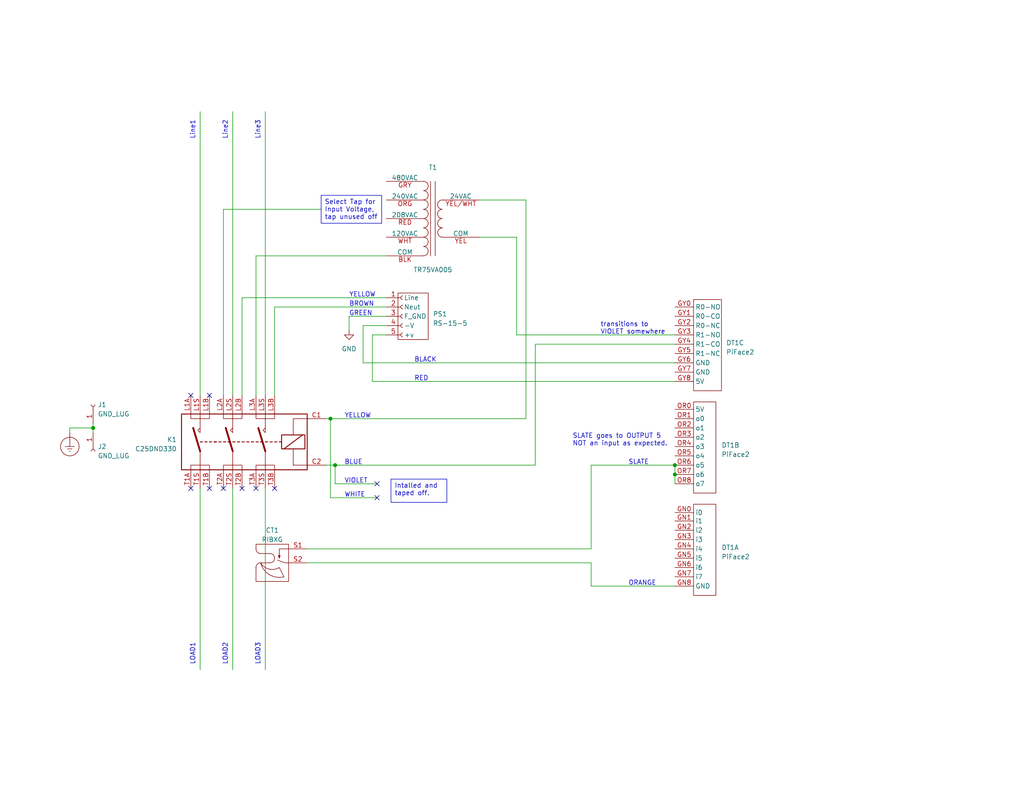
<source format=kicad_sch>
(kicad_sch (version 20230121) (generator eeschema)

  (uuid 23f3a577-71fc-4938-9a35-b014f3c5dc55)

  (paper "A")

  (title_block
    (title "RFID Interlock Legacy Variant A")
    (date "2023-04-02")
    (rev "0v1")
    (company "Dallas Makerspace")
  )

  (lib_symbols
    (symbol "Connector:Conn_01x01_Socket" (pin_names (offset 1.016) hide) (in_bom yes) (on_board yes)
      (property "Reference" "J" (at 0 2.54 0)
        (effects (font (size 1.27 1.27)))
      )
      (property "Value" "Conn_01x01_Socket" (at 0 -2.54 0)
        (effects (font (size 1.27 1.27)))
      )
      (property "Footprint" "" (at 0 0 0)
        (effects (font (size 1.27 1.27)) hide)
      )
      (property "Datasheet" "~" (at 0 0 0)
        (effects (font (size 1.27 1.27)) hide)
      )
      (property "ki_locked" "" (at 0 0 0)
        (effects (font (size 1.27 1.27)))
      )
      (property "ki_keywords" "connector" (at 0 0 0)
        (effects (font (size 1.27 1.27)) hide)
      )
      (property "ki_description" "Generic connector, single row, 01x01, script generated" (at 0 0 0)
        (effects (font (size 1.27 1.27)) hide)
      )
      (property "ki_fp_filters" "Connector*:*_1x??_*" (at 0 0 0)
        (effects (font (size 1.27 1.27)) hide)
      )
      (symbol "Conn_01x01_Socket_1_1"
        (polyline
          (pts
            (xy -1.27 0)
            (xy -0.508 0)
          )
          (stroke (width 0.1524) (type default))
          (fill (type none))
        )
        (arc (start 0 0.508) (mid -0.5058 0) (end 0 -0.508)
          (stroke (width 0.1524) (type default))
          (fill (type none))
        )
        (pin passive line (at -5.08 0 0) (length 3.81)
          (name "Pin_1" (effects (font (size 1.27 1.27))))
          (number "1" (effects (font (size 1.27 1.27))))
        )
      )
    )
    (symbol "oz:Eaton_Contactor" (in_bom yes) (on_board yes)
      (property "Reference" "K" (at 13.97 13.97 0)
        (effects (font (size 1.27 1.27)) (justify left))
      )
      (property "Value" "Eaton_Contactor" (at 13.97 11.43 0)
        (effects (font (size 1.27 1.27)) (justify left))
      )
      (property "Footprint" "" (at -5.08 -1.27 0)
        (effects (font (size 1.27 1.27)) (justify left) hide)
      )
      (property "Datasheet" "" (at 8.255 0 0)
        (effects (font (size 1.27 1.27)) hide)
      )
      (property "ki_keywords" "contactor three pole" (at 0 0 0)
        (effects (font (size 1.27 1.27)) hide)
      )
      (property "ki_description" "3PST Contactor" (at 0 0 0)
        (effects (font (size 1.27 1.27)) hide)
      )
      (property "ki_fp_filters" "Relay*SPST*StandexMeder*MS*Form1AB*" (at 0 0 0)
        (effects (font (size 1.27 1.27)) hide)
      )
      (symbol "Eaton_Contactor_0_0"
        (polyline
          (pts
            (xy -8.89 5.08)
            (xy -8.89 2.54)
            (xy -9.525 3.175)
            (xy -8.89 3.81)
          )
          (stroke (width 0) (type default))
          (fill (type none))
        )
        (polyline
          (pts
            (xy 0 5.08)
            (xy 0 2.54)
            (xy -0.635 3.175)
            (xy 0 3.81)
          )
          (stroke (width 0) (type default))
          (fill (type none))
        )
        (polyline
          (pts
            (xy 8.89 5.08)
            (xy 8.89 2.54)
            (xy 8.255 3.175)
            (xy 8.89 3.81)
          )
          (stroke (width 0) (type default))
          (fill (type none))
        )
      )
      (symbol "Eaton_Contactor_0_1"
        (rectangle (start -13.97 7.62) (end 20.32 -7.62)
          (stroke (width 0.254) (type default))
          (fill (type none))
        )
        (polyline
          (pts
            (xy -8.89 -5.08)
            (xy -8.89 -7.62)
          )
          (stroke (width 0) (type default))
          (fill (type none))
        )
        (polyline
          (pts
            (xy -8.89 -2.54)
            (xy -10.795 3.81)
          )
          (stroke (width 0.508) (type default))
          (fill (type none))
        )
        (polyline
          (pts
            (xy -8.89 -2.54)
            (xy -8.89 -5.08)
          )
          (stroke (width 0) (type default))
          (fill (type none))
        )
        (polyline
          (pts
            (xy -8.89 0)
            (xy -8.255 0)
          )
          (stroke (width 0.254) (type default))
          (fill (type none))
        )
        (polyline
          (pts
            (xy -8.89 7.62)
            (xy -8.89 5.08)
          )
          (stroke (width 0) (type default))
          (fill (type none))
        )
        (polyline
          (pts
            (xy -7.62 0)
            (xy -6.985 0)
          )
          (stroke (width 0.254) (type default))
          (fill (type none))
        )
        (polyline
          (pts
            (xy -6.35 0)
            (xy -5.715 0)
          )
          (stroke (width 0.254) (type default))
          (fill (type none))
        )
        (polyline
          (pts
            (xy -5.08 0)
            (xy -4.445 0)
          )
          (stroke (width 0.254) (type default))
          (fill (type none))
        )
        (polyline
          (pts
            (xy -5.08 0)
            (xy -4.445 0)
          )
          (stroke (width 0.254) (type default))
          (fill (type none))
        )
        (polyline
          (pts
            (xy -3.81 0)
            (xy -3.175 0)
          )
          (stroke (width 0.254) (type default))
          (fill (type none))
        )
        (polyline
          (pts
            (xy -2.54 0)
            (xy -1.905 0)
          )
          (stroke (width 0.254) (type default))
          (fill (type none))
        )
        (polyline
          (pts
            (xy -1.27 0)
            (xy -0.635 0)
          )
          (stroke (width 0.254) (type default))
          (fill (type none))
        )
        (polyline
          (pts
            (xy -1.27 0)
            (xy -0.635 0)
          )
          (stroke (width 0.254) (type default))
          (fill (type none))
        )
        (polyline
          (pts
            (xy 0 -5.08)
            (xy 0 -7.62)
          )
          (stroke (width 0) (type default))
          (fill (type none))
        )
        (polyline
          (pts
            (xy 0 -2.54)
            (xy -1.905 3.81)
          )
          (stroke (width 0.508) (type default))
          (fill (type none))
        )
        (polyline
          (pts
            (xy 0 -2.54)
            (xy 0 -5.08)
          )
          (stroke (width 0) (type default))
          (fill (type none))
        )
        (polyline
          (pts
            (xy 0 0)
            (xy 0.635 0)
          )
          (stroke (width 0.254) (type default))
          (fill (type none))
        )
        (polyline
          (pts
            (xy 0 7.62)
            (xy 0 5.08)
          )
          (stroke (width 0) (type default))
          (fill (type none))
        )
        (polyline
          (pts
            (xy 1.27 0)
            (xy 1.905 0)
          )
          (stroke (width 0.254) (type default))
          (fill (type none))
        )
        (polyline
          (pts
            (xy 2.54 0)
            (xy 3.175 0)
          )
          (stroke (width 0.254) (type default))
          (fill (type none))
        )
        (polyline
          (pts
            (xy 3.81 0)
            (xy 4.445 0)
          )
          (stroke (width 0.254) (type default))
          (fill (type none))
        )
        (polyline
          (pts
            (xy 5.08 0)
            (xy 5.715 0)
          )
          (stroke (width 0.254) (type default))
          (fill (type none))
        )
        (polyline
          (pts
            (xy 6.35 0)
            (xy 6.985 0)
          )
          (stroke (width 0.254) (type default))
          (fill (type none))
        )
        (polyline
          (pts
            (xy 7.62 0)
            (xy 8.255 0)
          )
          (stroke (width 0.254) (type default))
          (fill (type none))
        )
        (polyline
          (pts
            (xy 7.62 0)
            (xy 8.255 0)
          )
          (stroke (width 0.254) (type default))
          (fill (type none))
        )
        (polyline
          (pts
            (xy 8.89 -5.08)
            (xy 8.89 -7.62)
          )
          (stroke (width 0) (type default))
          (fill (type none))
        )
        (polyline
          (pts
            (xy 8.89 -2.54)
            (xy 6.985 3.81)
          )
          (stroke (width 0.508) (type default))
          (fill (type none))
        )
        (polyline
          (pts
            (xy 8.89 -2.54)
            (xy 8.89 -5.08)
          )
          (stroke (width 0) (type default))
          (fill (type none))
        )
        (polyline
          (pts
            (xy 8.89 0)
            (xy 9.525 0)
          )
          (stroke (width 0.254) (type default))
          (fill (type none))
        )
        (polyline
          (pts
            (xy 8.89 7.62)
            (xy 8.89 5.08)
          )
          (stroke (width 0) (type default))
          (fill (type none))
        )
        (polyline
          (pts
            (xy 10.16 0)
            (xy 10.795 0)
          )
          (stroke (width 0.254) (type default))
          (fill (type none))
        )
        (polyline
          (pts
            (xy 11.43 0)
            (xy 12.065 0)
          )
          (stroke (width 0.254) (type default))
          (fill (type none))
        )
        (polyline
          (pts
            (xy 12.7 0)
            (xy 13.335 0)
          )
          (stroke (width 0.254) (type default))
          (fill (type none))
        )
        (polyline
          (pts
            (xy 13.97 -1.905)
            (xy 19.05 1.905)
          )
          (stroke (width 0.254) (type default))
          (fill (type none))
        )
        (polyline
          (pts
            (xy 16.51 -6.35)
            (xy 20.32 -6.35)
          )
          (stroke (width 0) (type default))
          (fill (type none))
        )
        (polyline
          (pts
            (xy 16.51 -5.08)
            (xy 16.51 -6.35)
          )
          (stroke (width 0) (type default))
          (fill (type none))
        )
        (polyline
          (pts
            (xy 16.51 -5.08)
            (xy 16.51 -1.905)
          )
          (stroke (width 0) (type default))
          (fill (type none))
        )
        (polyline
          (pts
            (xy 16.51 3.81)
            (xy 16.51 1.905)
          )
          (stroke (width 0) (type default))
          (fill (type none))
        )
        (polyline
          (pts
            (xy 20.32 6.35)
            (xy 16.51 6.35)
            (xy 16.51 3.81)
          )
          (stroke (width 0) (type default))
          (fill (type none))
        )
        (polyline
          (pts
            (xy -11.43 -7.62)
            (xy -11.43 -6.35)
            (xy -6.35 -6.35)
            (xy -6.35 -7.62)
          )
          (stroke (width 0) (type default))
          (fill (type none))
        )
        (polyline
          (pts
            (xy -11.43 7.62)
            (xy -11.43 6.35)
            (xy -6.35 6.35)
            (xy -6.35 7.62)
          )
          (stroke (width 0) (type default))
          (fill (type none))
        )
        (polyline
          (pts
            (xy -2.54 -7.62)
            (xy -2.54 -6.35)
            (xy 2.54 -6.35)
            (xy 2.54 -7.62)
          )
          (stroke (width 0) (type default))
          (fill (type none))
        )
        (polyline
          (pts
            (xy -2.54 7.62)
            (xy -2.54 6.35)
            (xy 2.54 6.35)
            (xy 2.54 7.62)
          )
          (stroke (width 0) (type default))
          (fill (type none))
        )
        (polyline
          (pts
            (xy 6.35 -7.62)
            (xy 6.35 -6.35)
            (xy 11.43 -6.35)
            (xy 11.43 -7.62)
          )
          (stroke (width 0) (type default))
          (fill (type none))
        )
        (polyline
          (pts
            (xy 6.35 7.62)
            (xy 6.35 6.35)
            (xy 11.43 6.35)
            (xy 11.43 7.62)
          )
          (stroke (width 0) (type default))
          (fill (type none))
        )
        (rectangle (start 13.335 1.905) (end 19.685 -1.905)
          (stroke (width 0.254) (type default))
          (fill (type none))
        )
      )
      (symbol "Eaton_Contactor_1_1"
        (pin passive line (at 25.4 6.35 180) (length 5.08)
          (name "~" (effects (font (size 1.27 1.27))))
          (number "C1" (effects (font (size 1.27 1.27))))
        )
        (pin passive line (at 25.4 -6.35 180) (length 5.08)
          (name "~" (effects (font (size 1.27 1.27))))
          (number "C2" (effects (font (size 1.27 1.27))))
        )
        (pin passive line (at -11.43 12.7 270) (length 5.08)
          (name "~" (effects (font (size 1.27 1.27))))
          (number "L1A" (effects (font (size 1.27 1.27))))
        )
        (pin passive line (at -6.35 12.7 270) (length 5.08)
          (name "~" (effects (font (size 1.27 1.27))))
          (number "L1B" (effects (font (size 1.27 1.27))))
        )
        (pin passive line (at -8.89 12.7 270) (length 5.08)
          (name "" (effects (font (size 1.27 1.27))))
          (number "L1S" (effects (font (size 1.27 1.27))))
        )
        (pin passive line (at -2.54 12.7 270) (length 5.08)
          (name "~" (effects (font (size 1.27 1.27))))
          (number "L2A" (effects (font (size 1.27 1.27))))
        )
        (pin passive line (at 2.54 12.7 270) (length 5.08)
          (name "~" (effects (font (size 1.27 1.27))))
          (number "L2B" (effects (font (size 1.27 1.27))))
        )
        (pin passive line (at 0 12.7 270) (length 5.08)
          (name "" (effects (font (size 1.27 1.27))))
          (number "L2S" (effects (font (size 1.27 1.27))))
        )
        (pin passive line (at 6.35 12.7 270) (length 5.08)
          (name "~" (effects (font (size 1.27 1.27))))
          (number "L3A" (effects (font (size 1.27 1.27))))
        )
        (pin passive line (at 11.43 12.7 270) (length 5.08)
          (name "~" (effects (font (size 1.27 1.27))))
          (number "L3B" (effects (font (size 1.27 1.27))))
        )
        (pin passive line (at 8.89 12.7 270) (length 5.08)
          (name "" (effects (font (size 1.27 1.27))))
          (number "L3S" (effects (font (size 1.27 1.27))))
        )
        (pin passive line (at -11.43 -12.7 90) (length 5.08)
          (name "~" (effects (font (size 1.27 1.27))))
          (number "T1A" (effects (font (size 1.27 1.27))))
        )
        (pin passive line (at -6.35 -12.7 90) (length 5.08)
          (name "~" (effects (font (size 1.27 1.27))))
          (number "T1B" (effects (font (size 1.27 1.27))))
        )
        (pin passive line (at -8.89 -12.7 90) (length 5.08)
          (name "" (effects (font (size 1.27 1.27))))
          (number "T1S" (effects (font (size 1.27 1.27))))
        )
        (pin passive line (at -2.54 -12.7 90) (length 5.08)
          (name "~" (effects (font (size 1.27 1.27))))
          (number "T2A" (effects (font (size 1.27 1.27))))
        )
        (pin passive line (at 2.54 -12.7 90) (length 5.08)
          (name "~" (effects (font (size 1.27 1.27))))
          (number "T2B" (effects (font (size 1.27 1.27))))
        )
        (pin passive line (at 0 -12.7 90) (length 5.08)
          (name "" (effects (font (size 1.27 1.27))))
          (number "T2S" (effects (font (size 1.27 1.27))))
        )
        (pin passive line (at 6.35 -12.7 90) (length 5.08)
          (name "~" (effects (font (size 1.27 1.27))))
          (number "T3A" (effects (font (size 1.27 1.27))))
        )
        (pin passive line (at 11.43 -12.7 90) (length 5.08)
          (name "~" (effects (font (size 1.27 1.27))))
          (number "T3B" (effects (font (size 1.27 1.27))))
        )
        (pin passive line (at 8.89 -12.7 90) (length 5.08)
          (name "" (effects (font (size 1.27 1.27))))
          (number "T3S" (effects (font (size 1.27 1.27))))
        )
      )
    )
    (symbol "oz:PiFace2" (in_bom yes) (on_board yes)
      (property "Reference" "DT" (at 1.27 16.51 0)
        (effects (font (size 1.27 1.27)))
      )
      (property "Value" "PiFace2" (at 3.81 13.97 0)
        (effects (font (size 1.27 1.27)))
      )
      (property "Footprint" "" (at 6.096 6.858 0)
        (effects (font (size 1.27 1.27)) hide)
      )
      (property "Datasheet" "" (at 6.096 6.858 0)
        (effects (font (size 1.27 1.27)) hide)
      )
      (property "ki_locked" "" (at 0 0 0)
        (effects (font (size 1.27 1.27)))
      )
      (symbol "PiFace2_1_1"
        (rectangle (start 0 12.192) (end 6.096 -12.7)
          (stroke (width 0) (type default))
          (fill (type none))
        )
        (pin passive line (at -5.08 9.906 0) (length 5.08)
          (name "i0" (effects (font (size 1.27 1.27))))
          (number "GN0" (effects (font (size 1.27 1.27))))
        )
        (pin input line (at -5.08 7.62 0) (length 5.08)
          (name "i1" (effects (font (size 1.27 1.27))))
          (number "GN1" (effects (font (size 1.27 1.27))))
        )
        (pin input line (at -5.08 5.08 0) (length 5.08)
          (name "i2" (effects (font (size 1.27 1.27))))
          (number "GN2" (effects (font (size 1.27 1.27))))
        )
        (pin input line (at -5.08 2.54 0) (length 5.08)
          (name "i3" (effects (font (size 1.27 1.27))))
          (number "GN3" (effects (font (size 1.27 1.27))))
        )
        (pin input line (at -5.08 0 0) (length 5.08)
          (name "i4" (effects (font (size 1.27 1.27))))
          (number "GN4" (effects (font (size 1.27 1.27))))
        )
        (pin input line (at -5.08 -2.54 0) (length 5.08)
          (name "i5" (effects (font (size 1.27 1.27))))
          (number "GN5" (effects (font (size 1.27 1.27))))
        )
        (pin input line (at -5.08 -5.08 0) (length 5.08)
          (name "i6" (effects (font (size 1.27 1.27))))
          (number "GN6" (effects (font (size 1.27 1.27))))
        )
        (pin input line (at -5.08 -7.62 0) (length 5.08)
          (name "i7" (effects (font (size 1.27 1.27))))
          (number "GN7" (effects (font (size 1.27 1.27))))
        )
        (pin passive line (at -5.08 -10.16 0) (length 5.08)
          (name "GND" (effects (font (size 1.27 1.27))))
          (number "GN8" (effects (font (size 1.27 1.27))))
        )
      )
      (symbol "PiFace2_2_1"
        (rectangle (start 0 12.192) (end 6.096 -12.7)
          (stroke (width 0) (type default))
          (fill (type none))
        )
        (pin passive line (at -5.08 10.16 0) (length 5.08)
          (name "5V" (effects (font (size 1.27 1.27))))
          (number "OR0" (effects (font (size 1.27 1.27))))
        )
        (pin output line (at -5.08 7.62 0) (length 5.08)
          (name "o0" (effects (font (size 1.27 1.27))))
          (number "OR1" (effects (font (size 1.27 1.27))))
        )
        (pin output line (at -5.08 5.08 0) (length 5.08)
          (name "o1" (effects (font (size 1.27 1.27))))
          (number "OR2" (effects (font (size 1.27 1.27))))
        )
        (pin output line (at -5.08 2.54 0) (length 5.08)
          (name "o2" (effects (font (size 1.27 1.27))))
          (number "OR3" (effects (font (size 1.27 1.27))))
        )
        (pin output line (at -5.08 0 0) (length 5.08)
          (name "o3" (effects (font (size 1.27 1.27))))
          (number "OR4" (effects (font (size 1.27 1.27))))
        )
        (pin output line (at -5.08 -2.54 0) (length 5.08)
          (name "o4" (effects (font (size 1.27 1.27))))
          (number "OR5" (effects (font (size 1.27 1.27))))
        )
        (pin output line (at -5.08 -5.08 0) (length 5.08)
          (name "o5" (effects (font (size 1.27 1.27))))
          (number "OR6" (effects (font (size 1.27 1.27))))
        )
        (pin output line (at -5.08 -7.62 0) (length 5.08)
          (name "o6" (effects (font (size 1.27 1.27))))
          (number "OR7" (effects (font (size 1.27 1.27))))
        )
        (pin output line (at -5.08 -10.16 0) (length 5.08)
          (name "o7" (effects (font (size 1.27 1.27))))
          (number "OR8" (effects (font (size 1.27 1.27))))
        )
      )
      (symbol "PiFace2_3_1"
        (rectangle (start 0 12.192) (end 7.62 -12.7)
          (stroke (width 0) (type default))
          (fill (type none))
        )
        (pin passive line (at -5.08 10.16 0) (length 5.08)
          (name "R0-NO" (effects (font (size 1.27 1.27))))
          (number "GY0" (effects (font (size 1.27 1.27))))
        )
        (pin passive line (at -5.08 7.62 0) (length 5.08)
          (name "R0-CO" (effects (font (size 1.27 1.27))))
          (number "GY1" (effects (font (size 1.27 1.27))))
        )
        (pin passive line (at -5.08 5.08 0) (length 5.08)
          (name "R0-NC" (effects (font (size 1.27 1.27))))
          (number "GY2" (effects (font (size 1.27 1.27))))
        )
        (pin passive line (at -5.08 2.54 0) (length 5.08)
          (name "R1-NO" (effects (font (size 1.27 1.27))))
          (number "GY3" (effects (font (size 1.27 1.27))))
        )
        (pin passive line (at -5.08 0 0) (length 5.08)
          (name "R1-CO" (effects (font (size 1.27 1.27))))
          (number "GY4" (effects (font (size 1.27 1.27))))
        )
        (pin passive line (at -5.08 -2.54 0) (length 5.08)
          (name "R1-NC" (effects (font (size 1.27 1.27))))
          (number "GY5" (effects (font (size 1.27 1.27))))
        )
        (pin passive line (at -5.08 -5.08 0) (length 5.08)
          (name "GND" (effects (font (size 1.27 1.27))))
          (number "GY6" (effects (font (size 1.27 1.27))))
        )
        (pin passive line (at -5.08 -7.62 0) (length 5.08)
          (name "GND" (effects (font (size 1.27 1.27))))
          (number "GY7" (effects (font (size 1.27 1.27))))
        )
        (pin passive line (at -5.08 -10.16 0) (length 5.08)
          (name "5V" (effects (font (size 1.27 1.27))))
          (number "GY8" (effects (font (size 1.27 1.27))))
        )
      )
    )
    (symbol "oz:RIBXG" (in_bom yes) (on_board yes)
      (property "Reference" "CT" (at -3.302 6.35 0)
        (effects (font (size 1.27 1.27)))
      )
      (property "Value" "RIBXG" (at -2.032 -6.35 0)
        (effects (font (size 1.27 1.27)))
      )
      (property "Footprint" "" (at 1.778 5.08 0)
        (effects (font (size 1.27 1.27)) hide)
      )
      (property "Datasheet" "" (at 1.778 5.08 0)
        (effects (font (size 1.27 1.27)) hide)
      )
      (property "ki_keywords" "Current Sense Switch" (at 0 0 0)
        (effects (font (size 1.27 1.27)) hide)
      )
      (property "ki_description" "Current Sense Switch" (at 0 0 0)
        (effects (font (size 1.27 1.27)) hide)
      )
      (symbol "RIBXG_0_1"
        (arc (start -4.572 3.81) (mid -4.2 2.912) (end -3.302 2.54)
          (stroke (width 0) (type default))
          (fill (type none))
        )
        (arc (start -3.302 0) (mid -4.2 -0.372) (end -4.572 -1.27)
          (stroke (width 0) (type default))
          (fill (type none))
        )
        (arc (start -3.302 0) (mid -1.025 -1.6871) (end 1.778 -1.27)
          (stroke (width 0) (type default))
          (fill (type none))
        )
        (arc (start -3.302 0) (mid -0.9161 -3.2202) (end 3.048 -3.81)
          (stroke (width 0) (type default))
          (fill (type none))
        )
        (arc (start -0.762 0) (mid 0.136 0.372) (end 0.508 1.27)
          (stroke (width 0) (type default))
          (fill (type none))
        )
        (polyline
          (pts
            (xy -0.762 0)
            (xy -3.302 0)
          )
          (stroke (width 0) (type default))
          (fill (type none))
        )
        (polyline
          (pts
            (xy -0.762 2.54)
            (xy -3.302 2.54)
          )
          (stroke (width 0) (type default))
          (fill (type none))
        )
        (polyline
          (pts
            (xy 1.778 -1.27)
            (xy 3.048 -3.81)
          )
          (stroke (width 0) (type default))
          (fill (type none))
        )
        (polyline
          (pts
            (xy 2.032 2.032)
            (xy 1.778 1.778)
            (xy 1.524 2.032)
          )
          (stroke (width 0) (type default))
          (fill (type none))
        )
        (polyline
          (pts
            (xy 4.318 0)
            (xy 3.302 0)
            (xy 1.27 0.762)
          )
          (stroke (width 0) (type default))
          (fill (type none))
        )
        (polyline
          (pts
            (xy 4.318 3.81)
            (xy 1.778 3.81)
            (xy 1.778 1.27)
          )
          (stroke (width 0) (type default))
          (fill (type none))
        )
        (polyline
          (pts
            (xy 1.778 1.27)
            (xy 1.524 2.032)
            (xy 2.032 2.032)
            (xy 1.778 1.27)
          )
          (stroke (width 0) (type default))
          (fill (type none))
        )
        (polyline
          (pts
            (xy -4.572 -1.27)
            (xy -4.572 -5.08)
            (xy 4.318 -5.08)
            (xy 4.318 5.08)
            (xy -4.572 5.08)
            (xy -4.572 3.81)
          )
          (stroke (width 0) (type default))
          (fill (type none))
        )
        (arc (start 0.508 1.27) (mid 0.136 2.168) (end -0.762 2.54)
          (stroke (width 0) (type default))
          (fill (type none))
        )
      )
      (symbol "RIBXG_1_1"
        (pin passive line (at 9.398 3.81 180) (length 5.08)
          (name "" (effects (font (size 1.27 1.27))))
          (number "S1" (effects (font (size 1.27 1.27))))
        )
        (pin passive line (at 9.398 0 180) (length 5.08)
          (name "" (effects (font (size 1.27 1.27))))
          (number "S2" (effects (font (size 1.27 1.27))))
        )
      )
    )
    (symbol "oz:RS-15-5" (pin_names (offset 1.016)) (in_bom yes) (on_board yes)
      (property "Reference" "PS" (at 0 7.62 0)
        (effects (font (size 1.27 1.27)))
      )
      (property "Value" "RS-15-5" (at 0 -7.62 0)
        (effects (font (size 1.27 1.27)))
      )
      (property "Footprint" "" (at 0 0 0)
        (effects (font (size 1.27 1.27)) hide)
      )
      (property "Datasheet" "" (at 2.54 1.27 0)
        (effects (font (size 1.27 1.27)) hide)
      )
      (property "ki_keywords" "connector" (at 0 0 0)
        (effects (font (size 1.27 1.27)) hide)
      )
      (property "ki_description" "Generic connector, single row, 01x05, script generated" (at 0 0 0)
        (effects (font (size 1.27 1.27)) hide)
      )
      (property "ki_fp_filters" "Connector*:*_1x??_*" (at 0 0 0)
        (effects (font (size 1.27 1.27)) hide)
      )
      (symbol "RS-15-5_0_1"
        (rectangle (start -1.905 6.35) (end 6.35 -6.35)
          (stroke (width 0) (type default))
          (fill (type none))
        )
      )
      (symbol "RS-15-5_1_1"
        (arc (start -0.6372 -4.572) (mid -1.143 -5.08) (end -0.6372 -5.588)
          (stroke (width 0.1524) (type default))
          (fill (type none))
        )
        (arc (start -0.6372 -2.032) (mid -1.143 -2.54) (end -0.6372 -3.048)
          (stroke (width 0.1524) (type default))
          (fill (type none))
        )
        (arc (start -0.6372 0.508) (mid -1.143 0) (end -0.6372 -0.508)
          (stroke (width 0.1524) (type default))
          (fill (type none))
        )
        (arc (start -0.6372 3.048) (mid -1.143 2.54) (end -0.6372 2.032)
          (stroke (width 0.1524) (type default))
          (fill (type none))
        )
        (arc (start -0.6372 5.588) (mid -1.143 5.08) (end -0.6372 4.572)
          (stroke (width 0.1524) (type default))
          (fill (type none))
        )
        (pin power_in line (at -5.08 5.08 0) (length 3.81)
          (name "Line" (effects (font (size 1.27 1.27))))
          (number "1" (effects (font (size 1.27 1.27))))
        )
        (pin power_in line (at -5.08 2.54 0) (length 3.81)
          (name "Neut" (effects (font (size 1.27 1.27))))
          (number "2" (effects (font (size 1.27 1.27))))
        )
        (pin passive line (at -5.08 0 0) (length 3.81)
          (name "F_GND" (effects (font (size 1.27 1.27))))
          (number "3" (effects (font (size 1.27 1.27))))
        )
        (pin power_out line (at -5.08 -2.54 0) (length 3.81)
          (name "-V" (effects (font (size 1.27 1.27))))
          (number "4" (effects (font (size 1.27 1.27))))
        )
        (pin power_out line (at -5.08 -5.08 0) (length 3.81)
          (name "+v" (effects (font (size 1.27 1.27))))
          (number "5" (effects (font (size 1.27 1.27))))
        )
      )
    )
    (symbol "oz:Transformer_Tap_Pri" (pin_names (offset 0)) (in_bom yes) (on_board yes)
      (property "Reference" "T" (at 0 13.97 0)
        (effects (font (size 1.27 1.27)))
      )
      (property "Value" "Transformer_Tap_Pri" (at 0 -13.97 0)
        (effects (font (size 1.27 1.27)))
      )
      (property "Footprint" "" (at 0 0 0)
        (effects (font (size 1.27 1.27)) hide)
      )
      (property "Datasheet" "" (at 0 0 0)
        (effects (font (size 1.27 1.27)) hide)
      )
      (property "ki_keywords" "transformer coil magnet" (at 0 0 0)
        (effects (font (size 1.27 1.27)) hide)
      )
      (property "ki_description" "Transformer, single primary, single secondary, SO-8 package" (at 0 0 0)
        (effects (font (size 1.27 1.27)) hide)
      )
      (symbol "Transformer_Tap_Pri_0_1"
        (arc (start -2.54 -10.1346) (mid -1.6561 -9.7663) (end -1.27 -8.89)
          (stroke (width 0) (type default))
          (fill (type none))
        )
        (arc (start -2.54 -7.5946) (mid -1.6561 -7.2263) (end -1.27 -6.35)
          (stroke (width 0) (type default))
          (fill (type none))
        )
        (arc (start -2.54 -5.0546) (mid -1.6599 -4.6901) (end -1.27 -3.81)
          (stroke (width 0) (type default))
          (fill (type none))
        )
        (arc (start -2.54 -2.5146) (mid -1.6599 -2.1501) (end -1.27 -1.27)
          (stroke (width 0) (type default))
          (fill (type none))
        )
        (arc (start -2.54 0.0254) (mid -1.6599 0.3899) (end -1.27 1.27)
          (stroke (width 0) (type default))
          (fill (type none))
        )
        (arc (start -2.54 2.5654) (mid -1.6599 2.9299) (end -1.27 3.81)
          (stroke (width 0) (type default))
          (fill (type none))
        )
        (arc (start -2.54 5.1054) (mid -1.6561 5.4737) (end -1.27 6.35)
          (stroke (width 0) (type default))
          (fill (type none))
        )
        (arc (start -2.54 7.6454) (mid -1.6561 8.0137) (end -1.27 8.89)
          (stroke (width 0) (type default))
          (fill (type none))
        )
        (arc (start -1.27 -8.89) (mid -1.642 -7.992) (end -2.54 -7.62)
          (stroke (width 0) (type default))
          (fill (type none))
        )
        (arc (start -1.27 -6.35) (mid -1.642 -5.452) (end -2.54 -5.08)
          (stroke (width 0) (type default))
          (fill (type none))
        )
        (arc (start -1.27 -3.81) (mid -1.642 -2.912) (end -2.54 -2.54)
          (stroke (width 0) (type default))
          (fill (type none))
        )
        (arc (start -1.27 -1.27) (mid -1.642 -0.372) (end -2.54 0)
          (stroke (width 0) (type default))
          (fill (type none))
        )
        (arc (start -1.27 1.27) (mid -1.642 2.168) (end -2.54 2.54)
          (stroke (width 0) (type default))
          (fill (type none))
        )
        (arc (start -1.27 3.81) (mid -1.642 4.708) (end -2.54 5.08)
          (stroke (width 0) (type default))
          (fill (type none))
        )
        (arc (start -1.27 6.35) (mid -1.642 7.248) (end -2.54 7.62)
          (stroke (width 0) (type default))
          (fill (type none))
        )
        (arc (start -1.27 8.89) (mid -1.642 9.788) (end -2.54 10.16)
          (stroke (width 0) (type default))
          (fill (type none))
        )
        (polyline
          (pts
            (xy -0.635 10.16)
            (xy -0.635 -10.16)
          )
          (stroke (width 0) (type default))
          (fill (type none))
        )
        (polyline
          (pts
            (xy 0.635 10.16)
            (xy 0.635 -10.16)
          )
          (stroke (width 0) (type default))
          (fill (type none))
        )
        (arc (start 1.2954 -1.27) (mid 1.6599 -2.1501) (end 2.54 -2.5146)
          (stroke (width 0) (type default))
          (fill (type none))
        )
        (arc (start 1.2954 1.27) (mid 1.6599 0.3899) (end 2.54 0.0254)
          (stroke (width 0) (type default))
          (fill (type none))
        )
        (arc (start 1.2954 3.81) (mid 1.6599 2.9299) (end 2.54 2.5654)
          (stroke (width 0) (type default))
          (fill (type none))
        )
        (arc (start 1.3208 -3.81) (mid 1.6853 -4.6901) (end 2.5654 -5.0546)
          (stroke (width 0) (type default))
          (fill (type none))
        )
        (arc (start 2.54 0) (mid 1.642 -0.372) (end 1.2954 -1.27)
          (stroke (width 0) (type default))
          (fill (type none))
        )
        (arc (start 2.54 2.54) (mid 1.642 2.168) (end 1.2954 1.27)
          (stroke (width 0) (type default))
          (fill (type none))
        )
        (arc (start 2.54 5.08) (mid 1.642 4.708) (end 1.2954 3.81)
          (stroke (width 0) (type default))
          (fill (type none))
        )
        (arc (start 2.5654 -2.54) (mid 1.6674 -2.912) (end 1.3208 -3.81)
          (stroke (width 0) (type default))
          (fill (type none))
        )
      )
      (symbol "Transformer_Tap_Pri_1_1"
        (pin passive line (at -12.7 -10.16 0) (length 10.16)
          (name "COM" (effects (font (size 1.27 1.27))))
          (number "BLK" (effects (font (size 1.27 1.27))))
        )
        (pin passive line (at -12.7 10.16 0) (length 10.16)
          (name "480VAC" (effects (font (size 1.27 1.27))))
          (number "GRY" (effects (font (size 1.27 1.27))))
        )
        (pin passive line (at -12.7 5.08 0) (length 10.16)
          (name "240VAC" (effects (font (size 1.27 1.27))))
          (number "ORG" (effects (font (size 1.27 1.27))))
        )
        (pin passive line (at -12.7 0 0) (length 10.16)
          (name "208VAC" (effects (font (size 1.27 1.27))))
          (number "RED" (effects (font (size 1.27 1.27))))
        )
        (pin passive line (at -12.7 -5.08 0) (length 10.16)
          (name "120VAC" (effects (font (size 1.27 1.27))))
          (number "WHT" (effects (font (size 1.27 1.27))))
        )
        (pin passive line (at 12.7 -5.08 180) (length 10.16)
          (name "COM" (effects (font (size 1.27 1.27))))
          (number "YEL" (effects (font (size 1.27 1.27))))
        )
        (pin passive line (at 12.7 5.08 180) (length 10.16)
          (name "24VAC" (effects (font (size 1.27 1.27))))
          (number "YEL/WHT" (effects (font (size 1.27 1.27))))
        )
      )
    )
    (symbol "power:Earth_Protective" (power) (pin_names (offset 0)) (in_bom yes) (on_board yes)
      (property "Reference" "#PWR" (at 6.35 -6.35 0)
        (effects (font (size 1.27 1.27)) hide)
      )
      (property "Value" "Earth_Protective" (at 11.43 -3.81 0)
        (effects (font (size 1.27 1.27)) hide)
      )
      (property "Footprint" "" (at 0 -2.54 0)
        (effects (font (size 1.27 1.27)) hide)
      )
      (property "Datasheet" "~" (at 0 -2.54 0)
        (effects (font (size 1.27 1.27)) hide)
      )
      (property "ki_keywords" "global ground gnd clean" (at 0 0 0)
        (effects (font (size 1.27 1.27)) hide)
      )
      (property "ki_description" "Power symbol creates a global label with name \"Earth_Protective\"" (at 0 0 0)
        (effects (font (size 1.27 1.27)) hide)
      )
      (symbol "Earth_Protective_0_1"
        (circle (center 0 -3.81) (radius 2.54)
          (stroke (width 0) (type default))
          (fill (type none))
        )
        (polyline
          (pts
            (xy -0.635 -4.445)
            (xy 0.635 -4.445)
          )
          (stroke (width 0) (type default))
          (fill (type none))
        )
        (polyline
          (pts
            (xy -0.127 -5.08)
            (xy 0.127 -5.08)
          )
          (stroke (width 0) (type default))
          (fill (type none))
        )
        (polyline
          (pts
            (xy 0 -3.81)
            (xy 0 0)
          )
          (stroke (width 0) (type default))
          (fill (type none))
        )
        (polyline
          (pts
            (xy 1.27 -3.81)
            (xy -1.27 -3.81)
          )
          (stroke (width 0) (type default))
          (fill (type none))
        )
      )
      (symbol "Earth_Protective_1_1"
        (pin power_in line (at 0 0 270) (length 0) hide
          (name "Earth_Protective" (effects (font (size 1.27 1.27))))
          (number "1" (effects (font (size 1.27 1.27))))
        )
      )
    )
    (symbol "power:GND" (power) (pin_names (offset 0)) (in_bom yes) (on_board yes)
      (property "Reference" "#PWR" (at 0 -6.35 0)
        (effects (font (size 1.27 1.27)) hide)
      )
      (property "Value" "GND" (at 0 -3.81 0)
        (effects (font (size 1.27 1.27)))
      )
      (property "Footprint" "" (at 0 0 0)
        (effects (font (size 1.27 1.27)) hide)
      )
      (property "Datasheet" "" (at 0 0 0)
        (effects (font (size 1.27 1.27)) hide)
      )
      (property "ki_keywords" "global power" (at 0 0 0)
        (effects (font (size 1.27 1.27)) hide)
      )
      (property "ki_description" "Power symbol creates a global label with name \"GND\" , ground" (at 0 0 0)
        (effects (font (size 1.27 1.27)) hide)
      )
      (symbol "GND_0_1"
        (polyline
          (pts
            (xy 0 0)
            (xy 0 -1.27)
            (xy 1.27 -1.27)
            (xy 0 -2.54)
            (xy -1.27 -1.27)
            (xy 0 -1.27)
          )
          (stroke (width 0) (type default))
          (fill (type none))
        )
      )
      (symbol "GND_1_1"
        (pin power_in line (at 0 0 270) (length 0) hide
          (name "GND" (effects (font (size 1.27 1.27))))
          (number "1" (effects (font (size 1.27 1.27))))
        )
      )
    )
  )

  (junction (at 91.44 127) (diameter 0) (color 0 0 0 0)
    (uuid 2910de25-bf9a-49cf-b6f7-4a63408f22f1)
  )
  (junction (at 184.15 127) (diameter 0) (color 0 0 0 0)
    (uuid 61c46a01-9fe3-4721-891f-37c425901c15)
  )
  (junction (at 184.15 129.54) (diameter 0) (color 0 0 0 0)
    (uuid 6db03afd-8bd1-4982-a6aa-ae281f086401)
  )
  (junction (at 90.17 114.3) (diameter 0) (color 0 0 0 0)
    (uuid a5e4ec88-6566-4eac-927b-1d58fde69326)
  )
  (junction (at 25.4 116.84) (diameter 0) (color 0 0 0 0)
    (uuid c2788b7b-514d-4217-bef7-69f4ceeed225)
  )

  (no_connect (at 57.15 107.95) (uuid 09eeb20b-9d5a-4caa-af60-d6e50219c033))
  (no_connect (at 74.93 133.35) (uuid 379cd1d0-13f1-4471-b7c3-d847ba9d9133))
  (no_connect (at 102.87 135.89) (uuid 471751f4-1bf3-4e72-a942-81f707692fa4))
  (no_connect (at 69.85 133.35) (uuid 7d0e8a77-be5c-4b7f-93c0-193558bca4fa))
  (no_connect (at 60.96 133.35) (uuid 88dbe839-b432-46ad-bf86-982e01c304e9))
  (no_connect (at 52.07 133.35) (uuid 8c644fbe-4534-4fd4-bc66-31fcae1c16d8))
  (no_connect (at 52.07 107.95) (uuid af0625e0-7ee1-4d6c-b6fc-bdc6ce0d20c4))
  (no_connect (at 66.04 133.35) (uuid b1c2a7d5-e752-42c9-9306-0a672bfece9c))
  (no_connect (at 57.15 133.35) (uuid c8cd023f-a03f-4d7c-8b60-69fa09f0d181))
  (no_connect (at 102.87 132.08) (uuid fe60f8a7-0cb5-476b-a384-776bb5494208))

  (wire (pts (xy 83.82 153.67) (xy 161.29 153.67))
    (stroke (width 0) (type default))
    (uuid 05b877be-2f54-4124-8305-e94fbf00db68)
  )
  (wire (pts (xy 99.06 99.06) (xy 184.15 99.06))
    (stroke (width 0) (type default))
    (uuid 0829ceb3-8625-4d4d-82a4-4bf5ac6a2310)
  )
  (wire (pts (xy 161.29 127) (xy 184.15 127))
    (stroke (width 0) (type default))
    (uuid 0a01cfa2-0ada-41c3-9d8a-a48b836ce0d2)
  )
  (wire (pts (xy 25.4 115.57) (xy 25.4 116.84))
    (stroke (width 0) (type default))
    (uuid 0af59c06-e4d2-420e-b4be-498d8920f4fc)
  )
  (wire (pts (xy 143.51 54.61) (xy 143.51 114.3))
    (stroke (width 0) (type default))
    (uuid 12f89ca3-958a-48e7-9131-3a62a01e8d39)
  )
  (wire (pts (xy 69.85 69.85) (xy 69.85 107.95))
    (stroke (width 0) (type default))
    (uuid 13642d1b-4266-4093-adf3-6b5c25a2ec65)
  )
  (wire (pts (xy 146.05 127) (xy 146.05 93.98))
    (stroke (width 0) (type default))
    (uuid 13bf9536-732a-42cb-8f97-d72460ea3126)
  )
  (wire (pts (xy 95.25 86.36) (xy 95.25 90.17))
    (stroke (width 0) (type default))
    (uuid 15c2761a-d534-4a3e-8628-bc82c9addf26)
  )
  (wire (pts (xy 101.6 91.44) (xy 101.6 104.14))
    (stroke (width 0) (type default))
    (uuid 204f4b7b-dd0d-45f2-9c80-90777f6b51b2)
  )
  (wire (pts (xy 91.44 127) (xy 146.05 127))
    (stroke (width 0) (type default))
    (uuid 20ae8bed-6bc9-4b37-8879-e9cc09617a67)
  )
  (wire (pts (xy 105.41 86.36) (xy 95.25 86.36))
    (stroke (width 0) (type default))
    (uuid 27fc56d0-a27d-4253-b276-bcff15289d06)
  )
  (wire (pts (xy 99.06 88.9) (xy 99.06 99.06))
    (stroke (width 0) (type default))
    (uuid 2f6d7526-9190-4319-a19a-49c2fedb19d0)
  )
  (wire (pts (xy 25.4 116.84) (xy 25.4 118.11))
    (stroke (width 0) (type default))
    (uuid 4725fa9e-797d-4d45-8924-fc0fd7ffaa54)
  )
  (wire (pts (xy 184.15 129.54) (xy 184.15 132.08))
    (stroke (width 0) (type default))
    (uuid 4848e0d7-581f-412e-9e11-c3581b6d9910)
  )
  (wire (pts (xy 105.41 69.85) (xy 69.85 69.85))
    (stroke (width 0) (type default))
    (uuid 5497e1de-0263-4f49-897a-f90f0b3b11e3)
  )
  (wire (pts (xy 72.39 30.48) (xy 72.39 107.95))
    (stroke (width 0) (type default))
    (uuid 58ce7c7c-60c1-455b-acca-fb1aba5d8ebc)
  )
  (wire (pts (xy 130.81 54.61) (xy 143.51 54.61))
    (stroke (width 0) (type default))
    (uuid 5acb7b23-2ff0-4ccb-ba61-4cf83127f236)
  )
  (wire (pts (xy 66.04 81.28) (xy 105.41 81.28))
    (stroke (width 0) (type default))
    (uuid 5c3065f3-6113-402a-a86d-48d59b729da4)
  )
  (wire (pts (xy 60.96 57.15) (xy 60.96 107.95))
    (stroke (width 0) (type default))
    (uuid 6d3c4934-c79d-4c91-b811-714dba8102fa)
  )
  (wire (pts (xy 88.9 127) (xy 91.44 127))
    (stroke (width 0) (type default))
    (uuid 7739a235-c36f-46c0-84e8-780ae0c5066d)
  )
  (wire (pts (xy 25.4 116.84) (xy 19.05 116.84))
    (stroke (width 0) (type default))
    (uuid 8040148d-853f-49a6-834f-7a9d10f1b925)
  )
  (wire (pts (xy 105.41 91.44) (xy 101.6 91.44))
    (stroke (width 0) (type default))
    (uuid 814406d1-86fb-4e13-a723-cd3b237bccd8)
  )
  (wire (pts (xy 54.61 133.35) (xy 54.61 182.88))
    (stroke (width 0) (type default))
    (uuid 82429a1e-eaeb-4b7a-a57b-fe5512d20499)
  )
  (wire (pts (xy 161.29 160.02) (xy 184.15 160.02))
    (stroke (width 0) (type default))
    (uuid 834e3d66-6a92-4ebb-9a25-8056ebb04f9b)
  )
  (wire (pts (xy 140.97 64.77) (xy 140.97 91.44))
    (stroke (width 0) (type default))
    (uuid 89cfacc4-a851-4f88-a49e-b8ce5f7a4f86)
  )
  (wire (pts (xy 161.29 153.67) (xy 161.29 160.02))
    (stroke (width 0) (type default))
    (uuid 8a44e3df-2def-4a3a-9981-8aa2fd9791e8)
  )
  (wire (pts (xy 130.81 64.77) (xy 140.97 64.77))
    (stroke (width 0) (type default))
    (uuid 918c87e3-e89c-4fed-8457-e2377eeea4ca)
  )
  (wire (pts (xy 63.5 133.35) (xy 63.5 182.88))
    (stroke (width 0) (type default))
    (uuid 92c2ed8e-2f1e-4a32-adac-e928f3c2d96b)
  )
  (wire (pts (xy 83.82 149.86) (xy 161.29 149.86))
    (stroke (width 0) (type default))
    (uuid ac3ba8fd-7718-47df-a925-e287c71ef443)
  )
  (wire (pts (xy 54.61 30.48) (xy 54.61 107.95))
    (stroke (width 0) (type default))
    (uuid b12d241a-fe4f-4258-b83f-6955aba932d7)
  )
  (wire (pts (xy 161.29 149.86) (xy 161.29 127))
    (stroke (width 0) (type default))
    (uuid b6662a7b-f597-4a24-a9f4-ca77c0ee2c1d)
  )
  (wire (pts (xy 91.44 132.08) (xy 102.87 132.08))
    (stroke (width 0) (type default))
    (uuid bb4b80e5-6abb-4819-94e3-d9916527a4ca)
  )
  (wire (pts (xy 143.51 114.3) (xy 90.17 114.3))
    (stroke (width 0) (type default))
    (uuid be628cc4-e02b-4bb1-b85c-817c835bafe0)
  )
  (wire (pts (xy 90.17 114.3) (xy 90.17 135.89))
    (stroke (width 0) (type default))
    (uuid cbc1e055-cb5a-43d0-bddc-924f371161c7)
  )
  (wire (pts (xy 146.05 93.98) (xy 184.15 93.98))
    (stroke (width 0) (type default))
    (uuid d354049f-d585-40df-83ca-5b8e466d86d0)
  )
  (wire (pts (xy 140.97 91.44) (xy 184.15 91.44))
    (stroke (width 0) (type default))
    (uuid d37b8fff-3e50-4b99-822b-12600ecb962d)
  )
  (wire (pts (xy 184.15 127) (xy 184.15 129.54))
    (stroke (width 0) (type default))
    (uuid d4502d10-c500-484e-bc8e-3f48350c31fe)
  )
  (wire (pts (xy 105.41 88.9) (xy 99.06 88.9))
    (stroke (width 0) (type default))
    (uuid d8c82cf3-4f71-4de5-b4b3-7e3cade99afa)
  )
  (wire (pts (xy 63.5 30.48) (xy 63.5 107.95))
    (stroke (width 0) (type default))
    (uuid db8b8ac2-63a3-48bf-ba8c-4d8a1e4f9c7d)
  )
  (wire (pts (xy 72.39 133.35) (xy 72.39 182.88))
    (stroke (width 0) (type default))
    (uuid de1d2400-2e09-44ab-9104-a56619754861)
  )
  (wire (pts (xy 74.93 83.82) (xy 105.41 83.82))
    (stroke (width 0) (type default))
    (uuid dedbeef5-fbfc-4cb5-b1e7-9e277f5136f3)
  )
  (wire (pts (xy 66.04 81.28) (xy 66.04 107.95))
    (stroke (width 0) (type default))
    (uuid e10c0d85-361a-49e2-bb4b-71674e403854)
  )
  (wire (pts (xy 90.17 135.89) (xy 102.87 135.89))
    (stroke (width 0) (type default))
    (uuid e30c4e56-c7ac-471c-824a-557c0f42aa54)
  )
  (wire (pts (xy 90.17 114.3) (xy 88.9 114.3))
    (stroke (width 0) (type default))
    (uuid f17f9a2d-fc22-40fb-b362-c09ded575023)
  )
  (wire (pts (xy 74.93 83.82) (xy 74.93 107.95))
    (stroke (width 0) (type default))
    (uuid f460ec81-59e0-4766-8de1-935be61b1f01)
  )
  (wire (pts (xy 87.63 57.15) (xy 60.96 57.15))
    (stroke (width 0) (type default))
    (uuid f65d3087-50a1-481e-b673-b55af0f68a47)
  )
  (wire (pts (xy 91.44 127) (xy 91.44 132.08))
    (stroke (width 0) (type default))
    (uuid f835284e-5285-48cd-8c25-dcf7a41ef703)
  )
  (wire (pts (xy 19.05 116.84) (xy 19.05 118.11))
    (stroke (width 0) (type default))
    (uuid fc1ba3cf-dff5-495d-9492-87677522dfb0)
  )
  (wire (pts (xy 101.6 104.14) (xy 184.15 104.14))
    (stroke (width 0) (type default))
    (uuid ff2a6e47-4bc5-4437-be1e-34586b64dfc4)
  )

  (text_box "Select Tap for\nInput Voltage,\ntap unused off"
    (at 87.63 53.34 0) (size 16.51 7.62)
    (stroke (width 0) (type default))
    (fill (type none))
    (effects (font (size 1.27 1.27)) (justify left top))
    (uuid 278f5283-97a8-4875-b0cb-75fb3514f890)
  )
  (text_box "Intalled and \ntaped off."
    (at 106.68 130.81 0) (size 15.24 6.35)
    (stroke (width 0) (type default))
    (fill (type none))
    (effects (font (size 1.27 1.27)) (justify left top))
    (uuid c00acf75-cb5e-4605-8933-86de95cd4363)
  )

  (text "LOAD2" (at 62.23 181.61 90)
    (effects (font (size 1.27 1.27)) (justify left bottom))
    (uuid 028c35a8-2eb9-4aa2-97b2-15b12e49340d)
  )
  (text "YELLOW" (at 95.25 81.28 0)
    (effects (font (size 1.27 1.27)) (justify left bottom))
    (uuid 19e6f252-94b9-46b6-b43c-ba06556657f2)
  )
  (text "SLATE" (at 171.45 127 0)
    (effects (font (size 1.27 1.27)) (justify left bottom))
    (uuid 21482a74-feb4-4968-be99-5f1356cbf65f)
  )
  (text "Line3" (at 71.12 38.1 90)
    (effects (font (size 1.27 1.27)) (justify left bottom))
    (uuid 3d93f0c0-79ac-47da-bf6e-dee1238266c9)
  )
  (text "LOAD3" (at 71.12 181.61 90)
    (effects (font (size 1.27 1.27)) (justify left bottom))
    (uuid 433b980f-d8b4-4c15-a385-691a9b26a677)
  )
  (text "GREEN" (at 95.25 86.36 0)
    (effects (font (size 1.27 1.27)) (justify left bottom))
    (uuid 5975339c-366f-4713-8a16-ba1dc1d5a510)
  )
  (text "ORANGE" (at 171.45 160.02 0)
    (effects (font (size 1.27 1.27)) (justify left bottom))
    (uuid 7231ce92-2bfa-4acd-84c2-b4b1bb630ba7)
  )
  (text "transitions to \nVIOLET somewhere" (at 163.83 91.44 0)
    (effects (font (size 1.27 1.27)) (justify left bottom))
    (uuid 7677e50a-a0cc-428e-ad82-cffc8f3b3566)
  )
  (text "BROWN" (at 95.25 83.82 0)
    (effects (font (size 1.27 1.27)) (justify left bottom))
    (uuid 7e35ed31-507e-4f1a-9ffa-986036caf77d)
  )
  (text "WHITE" (at 93.98 135.89 0)
    (effects (font (size 1.27 1.27)) (justify left bottom))
    (uuid 82b0733a-8534-4080-a297-0152a16d44e6)
  )
  (text "RED" (at 113.03 104.14 0)
    (effects (font (size 1.27 1.27)) (justify left bottom))
    (uuid 90bbd5f9-53b3-4544-af97-e8a4584e9f31)
  )
  (text "BLACK" (at 113.03 99.06 0)
    (effects (font (size 1.27 1.27)) (justify left bottom))
    (uuid 9d1016fe-b127-434a-8b17-62ebed5ca79f)
  )
  (text "YELLOW" (at 93.98 114.3 0)
    (effects (font (size 1.27 1.27)) (justify left bottom))
    (uuid a03686e1-24ee-4e83-9e12-6c126adb6fab)
  )
  (text "Line2" (at 62.23 38.1 90)
    (effects (font (size 1.27 1.27)) (justify left bottom))
    (uuid c67207f3-d13e-465d-a768-5d1f83bbd79c)
  )
  (text "VIOLET" (at 93.98 132.08 0)
    (effects (font (size 1.27 1.27)) (justify left bottom))
    (uuid cf0e93ec-d8aa-453f-984e-57f1f7645d70)
  )
  (text "SLATE goes to OUTPUT 5\nNOT an input as expected. " (at 156.21 121.92 0)
    (effects (font (size 1.27 1.27)) (justify left bottom))
    (uuid d3ec9898-fe0e-4f14-8ce4-7ee21a194e8c)
  )
  (text "BLUE" (at 93.98 127 0)
    (effects (font (size 1.27 1.27)) (justify left bottom))
    (uuid de54d7b4-50da-4b59-8c69-777c07b39fc3)
  )
  (text "LOAD1" (at 53.34 181.61 90)
    (effects (font (size 1.27 1.27)) (justify left bottom))
    (uuid f1fee836-137a-414a-89d5-24dae809e352)
  )
  (text "Line1" (at 53.34 38.1 90)
    (effects (font (size 1.27 1.27)) (justify left bottom))
    (uuid f6f5ada9-ee60-4afb-bb19-9b1604908086)
  )

  (symbol (lib_id "oz:RIBXG") (at 74.422 153.67 0) (unit 1)
    (in_bom yes) (on_board yes) (dnp no) (fields_autoplaced)
    (uuid 0e430fd2-452b-4b3d-b217-fd491617e88d)
    (property "Reference" "CT1" (at 74.295 144.78 0)
      (effects (font (size 1.27 1.27)))
    )
    (property "Value" "RIBXG" (at 74.295 147.32 0)
      (effects (font (size 1.27 1.27)))
    )
    (property "Footprint" "" (at 76.2 148.59 0)
      (effects (font (size 1.27 1.27)) hide)
    )
    (property "Datasheet" "" (at 76.2 148.59 0)
      (effects (font (size 1.27 1.27)) hide)
    )
    (pin "S1" (uuid b7153b3a-59b8-4a8b-8df9-cb8f5db17ef0))
    (pin "S2" (uuid 9a94bf60-711d-4a36-b0bd-d8b575237909))
    (instances
      (project "Interlock_Legacy_Variant_A"
        (path "/23f3a577-71fc-4938-9a35-b014f3c5dc55"
          (reference "CT1") (unit 1)
        )
      )
    )
  )

  (symbol (lib_id "oz:Transformer_Tap_Pri") (at 118.11 59.69 0) (unit 1)
    (in_bom yes) (on_board yes) (dnp no)
    (uuid 4a35bfee-6cbc-48e5-8adc-62f56405602a)
    (property "Reference" "T1" (at 118.1227 45.72 0)
      (effects (font (size 1.27 1.27)))
    )
    (property "Value" "TR75VA005" (at 118.11 73.66 0)
      (effects (font (size 1.27 1.27)))
    )
    (property "Footprint" "" (at 118.11 59.69 0)
      (effects (font (size 1.27 1.27)) hide)
    )
    (property "Datasheet" "" (at 118.11 59.69 0)
      (effects (font (size 1.27 1.27)) hide)
    )
    (pin "BLK" (uuid 7630a090-1b7b-49e5-abd0-fc4a803e3ccb))
    (pin "GRY" (uuid 546489d4-de8e-4051-977a-166cd3a2684b))
    (pin "ORG" (uuid 20d3c3a0-c34c-4ccf-a693-bcb34e7b50ed))
    (pin "RED" (uuid 311b1e45-6fdf-4d8e-8289-ef97a2095d65))
    (pin "WHT" (uuid b32c3577-1a3b-42bc-a942-f884596787c3))
    (pin "YEL" (uuid bf856314-8014-4196-a8a6-b07f9016bc8c))
    (pin "YEL/WHT" (uuid b92f2c6b-4b55-4424-8c9b-6a712861dd8c))
    (instances
      (project "Interlock_Legacy_Variant_A"
        (path "/23f3a577-71fc-4938-9a35-b014f3c5dc55"
          (reference "T1") (unit 1)
        )
      )
    )
  )

  (symbol (lib_id "Connector:Conn_01x01_Socket") (at 25.4 110.49 90) (unit 1)
    (in_bom yes) (on_board yes) (dnp no) (fields_autoplaced)
    (uuid 6196e4a1-8377-4a41-912a-30970648bd8b)
    (property "Reference" "J1" (at 26.67 110.49 90)
      (effects (font (size 1.27 1.27)) (justify right))
    )
    (property "Value" "GND_LUG" (at 26.67 113.03 90)
      (effects (font (size 1.27 1.27)) (justify right))
    )
    (property "Footprint" "" (at 25.4 110.49 0)
      (effects (font (size 1.27 1.27)) hide)
    )
    (property "Datasheet" "~" (at 25.4 110.49 0)
      (effects (font (size 1.27 1.27)) hide)
    )
    (pin "1" (uuid ffc54e6a-b035-4971-8a1b-7ea75f82f070))
    (instances
      (project "Interlock_Legacy_Variant_A"
        (path "/23f3a577-71fc-4938-9a35-b014f3c5dc55"
          (reference "J1") (unit 1)
        )
      )
    )
  )

  (symbol (lib_id "oz:PiFace2") (at 189.23 149.86 0) (unit 1)
    (in_bom yes) (on_board yes) (dnp no) (fields_autoplaced)
    (uuid 6bcd1d5a-891f-42ef-97e4-8eff000c3183)
    (property "Reference" "DT1" (at 196.85 149.479 0)
      (effects (font (size 1.27 1.27)) (justify left))
    )
    (property "Value" "PiFace2" (at 196.85 152.019 0)
      (effects (font (size 1.27 1.27)) (justify left))
    )
    (property "Footprint" "" (at 195.326 143.002 0)
      (effects (font (size 1.27 1.27)) hide)
    )
    (property "Datasheet" "" (at 195.326 143.002 0)
      (effects (font (size 1.27 1.27)) hide)
    )
    (pin "GN0" (uuid 9c979d37-8329-4b14-869f-f263020335f3))
    (pin "GN1" (uuid d791f026-7efd-4779-a3ed-b2031894c319))
    (pin "GN2" (uuid 58c64922-d24c-4aef-8c02-551b90c6837b))
    (pin "GN3" (uuid efb3640f-4a93-4aa8-b42d-ca7caa9c057d))
    (pin "GN4" (uuid 15639e03-9202-4093-876b-174dc123e7d6))
    (pin "GN5" (uuid 961e2fb9-c6e1-4f0c-9174-f3d1e31a77d5))
    (pin "GN6" (uuid 358fc661-e444-4c42-bd45-e68ba34b8106))
    (pin "GN7" (uuid edf99120-09bd-4415-9afd-34935f90b47c))
    (pin "GN8" (uuid c9e40ba3-0218-4838-b3f4-4afe8292a219))
    (pin "OR0" (uuid 5e9c4592-5510-4ded-ab76-bff9cca1c678))
    (pin "OR1" (uuid 8cf6b749-afdb-47a8-88e6-558183541c57))
    (pin "OR2" (uuid 4086f7fe-6286-476a-a82d-22c4526547db))
    (pin "OR3" (uuid 6fe1a369-df46-413d-9c9e-fcb5efaa058f))
    (pin "OR4" (uuid 78ea1dd0-1241-4c27-8365-a2d5f4e7874e))
    (pin "OR5" (uuid 3421bae6-44bd-4803-9628-9e1ab832b85b))
    (pin "OR6" (uuid fee7366b-ddf0-47c8-b802-977ffc8c6f89))
    (pin "OR7" (uuid 7ca5cf4a-429e-4ab4-9dae-2a66bff86750))
    (pin "OR8" (uuid 4e03c698-2518-48a5-8b5a-6b5b091c2fd7))
    (pin "GY0" (uuid 80d62a2a-0370-4cc0-8294-6f8a227dc571))
    (pin "GY1" (uuid 096b8252-247d-48fd-b702-d6e3632cfaf9))
    (pin "GY2" (uuid 2717ad45-e2ff-4c3a-b5c7-1dabc44a79f1))
    (pin "GY3" (uuid 35d97366-083b-4f3c-a557-befc886cfaf6))
    (pin "GY4" (uuid 2c376286-9a4d-4054-a474-73a131ea67dd))
    (pin "GY5" (uuid 22b0c18b-fdbd-4f46-a835-797807995ad7))
    (pin "GY6" (uuid bed87389-6e9e-4550-9194-e3bb8681b9c1))
    (pin "GY7" (uuid 878d9f4b-4edb-4e70-b0f2-4a90b9c77829))
    (pin "GY8" (uuid 65686a68-db69-4997-8610-78d41b1c800f))
    (instances
      (project "Interlock_Legacy_Variant_A"
        (path "/23f3a577-71fc-4938-9a35-b014f3c5dc55"
          (reference "DT1") (unit 1)
        )
      )
    )
  )

  (symbol (lib_id "oz:PiFace2") (at 189.23 93.98 0) (unit 3)
    (in_bom yes) (on_board yes) (dnp no) (fields_autoplaced)
    (uuid 6e1ad61d-c1f7-4144-b4a1-61913d99b45f)
    (property "Reference" "DT1" (at 198.12 93.599 0)
      (effects (font (size 1.27 1.27)) (justify left))
    )
    (property "Value" "PiFace2" (at 198.12 96.139 0)
      (effects (font (size 1.27 1.27)) (justify left))
    )
    (property "Footprint" "" (at 195.326 87.122 0)
      (effects (font (size 1.27 1.27)) hide)
    )
    (property "Datasheet" "" (at 195.326 87.122 0)
      (effects (font (size 1.27 1.27)) hide)
    )
    (pin "GN0" (uuid 6fe1baa4-b688-45b1-8ac7-f39371456330))
    (pin "GN1" (uuid 6cb28d1c-96bc-4e1f-ad71-cbd80d859796))
    (pin "GN2" (uuid 5a8eff68-bed9-44ca-957e-888d49fe3bf0))
    (pin "GN3" (uuid f5b7694e-81fe-464f-94c6-f499b5720de1))
    (pin "GN4" (uuid 80cc9d14-c927-433e-9d80-d1afcba83812))
    (pin "GN5" (uuid acce5620-cdb8-4293-afa5-17aba561a14e))
    (pin "GN6" (uuid 0513ea97-b215-4b44-9419-139a31f40b7c))
    (pin "GN7" (uuid 6376cb45-c86e-4efb-b3e3-fb8a28490cc5))
    (pin "GN8" (uuid 0ac5adbc-7840-4c18-94c7-2c8296d6c236))
    (pin "OR0" (uuid e2db69e6-4092-44e7-9b36-fca2553037e2))
    (pin "OR1" (uuid d07d363f-75d7-43df-84cb-523a63df0800))
    (pin "OR2" (uuid 24649819-0a6d-4b8f-9c73-8e076314b08e))
    (pin "OR3" (uuid bd5c8134-d9e6-4aa3-8e2e-579467750ebf))
    (pin "OR4" (uuid 9b91d3de-eb79-4417-a548-88f65d7d5b90))
    (pin "OR5" (uuid c8beb08b-f5b7-4b26-b4e7-608f4527aef1))
    (pin "OR6" (uuid f38dcc75-dd11-4d02-968e-60ef0371bdbd))
    (pin "OR7" (uuid 641a4300-ea19-4d60-9f66-3e0cd116f8ba))
    (pin "OR8" (uuid dc9d44af-760c-47c5-b9cf-8141eec0aedc))
    (pin "GY0" (uuid cef11b5e-a70d-46aa-a866-80d198e528a8))
    (pin "GY1" (uuid 39d337d1-b793-43bc-913d-4bff483dd3af))
    (pin "GY2" (uuid 240a8c9c-90bb-4304-a922-00dc95f99104))
    (pin "GY3" (uuid 3be9a8fc-ae13-4761-8031-23b465546fbb))
    (pin "GY4" (uuid e5cf1272-6a23-4da6-8d3a-fe687974b1c0))
    (pin "GY5" (uuid c26d8657-f891-44d9-b1cc-95e829e2a0a8))
    (pin "GY6" (uuid 2208e384-88ae-42a9-ba66-4516c676c692))
    (pin "GY7" (uuid 3b90e1b0-e2e7-469f-be4a-1d6c26fabea3))
    (pin "GY8" (uuid 5bc11141-9c4a-4855-a7df-83998ac4089b))
    (instances
      (project "Interlock_Legacy_Variant_A"
        (path "/23f3a577-71fc-4938-9a35-b014f3c5dc55"
          (reference "DT1") (unit 3)
        )
      )
    )
  )

  (symbol (lib_id "oz:Eaton_Contactor") (at 63.5 120.65 0) (unit 1)
    (in_bom yes) (on_board yes) (dnp no) (fields_autoplaced)
    (uuid 7038fec5-eec8-4a5e-9fe9-4a59c1397dd9)
    (property "Reference" "K1" (at 48.26 120.015 0)
      (effects (font (size 1.27 1.27)) (justify right))
    )
    (property "Value" "C25DND330" (at 48.26 122.555 0)
      (effects (font (size 1.27 1.27)) (justify right))
    )
    (property "Footprint" "" (at 58.42 121.92 0)
      (effects (font (size 1.27 1.27)) (justify left) hide)
    )
    (property "Datasheet" "" (at 71.755 120.65 0)
      (effects (font (size 1.27 1.27)) hide)
    )
    (pin "C1" (uuid 79d5d34e-052d-4a4b-a2ec-129df158d3cc))
    (pin "C2" (uuid 699182a9-8c88-4157-ba9e-939f14b64829))
    (pin "L1A" (uuid ebe28ab7-479b-4307-8571-be9225bd50dd))
    (pin "L1B" (uuid cd801e61-f3e7-44a5-a985-abf62a27ad13))
    (pin "L1S" (uuid fc0301e1-2ba6-4a3a-98b3-6c024a152e94))
    (pin "L2A" (uuid 05d6dc10-be4f-450f-a0a4-9003786d4deb))
    (pin "L2B" (uuid 8e2eac6b-7591-4fa8-b454-7f03c58c3e45))
    (pin "L2S" (uuid 9b880f98-314f-48a8-97cc-5bfae436188b))
    (pin "L3A" (uuid 8037bda5-91db-4ee3-bbf8-35c0d26204a2))
    (pin "L3B" (uuid 0ca19ec1-5a95-4436-8991-5f74c29808e7))
    (pin "L3S" (uuid d236011b-ff0d-4262-b849-f0eee20b3a58))
    (pin "T1A" (uuid 24224528-f5eb-486e-96d5-48cf8308084f))
    (pin "T1B" (uuid 9b8f11e1-0198-4544-a27e-b9059d16e98e))
    (pin "T1S" (uuid ed6f5923-229d-47b8-9137-f7d11805c9d4))
    (pin "T2A" (uuid 1e08eec8-2103-4fa0-9d4e-c874b1862db2))
    (pin "T2B" (uuid 7d53aca4-7570-46ca-94c3-4bc515998446))
    (pin "T2S" (uuid 0f757657-7f64-44a9-aa94-f3823cd4c28b))
    (pin "T3A" (uuid 6de7d5a4-6557-4310-ac1e-818ba65e218b))
    (pin "T3B" (uuid 444fdd42-eef2-4c66-82d7-7c8b01ff1e64))
    (pin "T3S" (uuid 81d44ed1-659c-4380-af92-546b251e97e6))
    (instances
      (project "Interlock_Legacy_Variant_A"
        (path "/23f3a577-71fc-4938-9a35-b014f3c5dc55"
          (reference "K1") (unit 1)
        )
      )
    )
  )

  (symbol (lib_id "power:Earth_Protective") (at 19.05 118.11 0) (unit 1)
    (in_bom yes) (on_board yes) (dnp no) (fields_autoplaced)
    (uuid 883196e5-c064-4e2f-8b0e-04b6bfbf28d4)
    (property "Reference" "#PWR01" (at 25.4 124.46 0)
      (effects (font (size 1.27 1.27)) hide)
    )
    (property "Value" "Earth_Protective" (at 30.48 121.92 0)
      (effects (font (size 1.27 1.27)) hide)
    )
    (property "Footprint" "" (at 19.05 120.65 0)
      (effects (font (size 1.27 1.27)) hide)
    )
    (property "Datasheet" "~" (at 19.05 120.65 0)
      (effects (font (size 1.27 1.27)) hide)
    )
    (pin "1" (uuid c9068e89-3b78-4369-99e9-414778fa5508))
    (instances
      (project "Interlock_Legacy_Variant_A"
        (path "/23f3a577-71fc-4938-9a35-b014f3c5dc55"
          (reference "#PWR01") (unit 1)
        )
      )
    )
  )

  (symbol (lib_id "Connector:Conn_01x01_Socket") (at 25.4 123.19 270) (unit 1)
    (in_bom yes) (on_board yes) (dnp no) (fields_autoplaced)
    (uuid 8cb9c4e9-15bb-4a65-8347-64224ef2840a)
    (property "Reference" "J2" (at 26.67 121.92 90)
      (effects (font (size 1.27 1.27)) (justify left))
    )
    (property "Value" "GND_LUG" (at 26.67 124.46 90)
      (effects (font (size 1.27 1.27)) (justify left))
    )
    (property "Footprint" "" (at 25.4 123.19 0)
      (effects (font (size 1.27 1.27)) hide)
    )
    (property "Datasheet" "~" (at 25.4 123.19 0)
      (effects (font (size 1.27 1.27)) hide)
    )
    (pin "1" (uuid 0813af1a-e34e-4de2-b1dd-fba72d8771cd))
    (instances
      (project "Interlock_Legacy_Variant_A"
        (path "/23f3a577-71fc-4938-9a35-b014f3c5dc55"
          (reference "J2") (unit 1)
        )
      )
    )
  )

  (symbol (lib_id "oz:PiFace2") (at 189.23 121.92 0) (unit 2)
    (in_bom yes) (on_board yes) (dnp no) (fields_autoplaced)
    (uuid af005c74-45c6-4bba-b8ec-b2325a50970e)
    (property "Reference" "DT1" (at 196.85 121.539 0)
      (effects (font (size 1.27 1.27)) (justify left))
    )
    (property "Value" "PiFace2" (at 196.85 124.079 0)
      (effects (font (size 1.27 1.27)) (justify left))
    )
    (property "Footprint" "" (at 195.326 115.062 0)
      (effects (font (size 1.27 1.27)) hide)
    )
    (property "Datasheet" "" (at 195.326 115.062 0)
      (effects (font (size 1.27 1.27)) hide)
    )
    (pin "GN0" (uuid b583165d-2f87-42be-a682-8d104c9cac0a))
    (pin "GN1" (uuid 0959647f-fce3-42ad-a8e8-4c381d7a5777))
    (pin "GN2" (uuid 75b81b46-84b5-433a-a99b-3ce11bbe3964))
    (pin "GN3" (uuid 9b568cd1-bccc-48ef-8dd7-26da0c76deba))
    (pin "GN4" (uuid 59a3a21b-073d-4ea7-ab5d-389110eb12fd))
    (pin "GN5" (uuid 1b575908-e0a1-45dc-87ae-2c7afbdc379e))
    (pin "GN6" (uuid 118bcefd-b6d2-4d7e-96ab-e400c1e6cef1))
    (pin "GN7" (uuid bdc79938-f5b5-4985-86db-fcf58b90ff94))
    (pin "GN8" (uuid a1f82ac9-be65-4f95-8d03-b00f94545887))
    (pin "OR0" (uuid 99a38ad9-39fe-49e5-bdd0-8848234b9380))
    (pin "OR1" (uuid c7a96dae-156b-4658-8624-5d520a580ed9))
    (pin "OR2" (uuid abdf0f30-fbe1-4aaf-b7df-4d838101009c))
    (pin "OR3" (uuid aca8c59c-92c9-485c-af65-56e5e6cd3aa1))
    (pin "OR4" (uuid 6ea73e24-1c85-493e-86a9-126885576edf))
    (pin "OR5" (uuid dfdfa092-c361-48e1-a137-96d91f78d371))
    (pin "OR6" (uuid 2caade5c-5fac-4ad7-9be7-4e0c5d8e98dd))
    (pin "OR7" (uuid d505ed01-93b8-414c-b820-5cf2c5c2ffb6))
    (pin "OR8" (uuid 08a0fd6c-a952-4384-b17f-c63138df4062))
    (pin "GY0" (uuid 4d4a7b6f-782d-4288-9460-1c8e492a4222))
    (pin "GY1" (uuid 90685707-45f2-429c-b7a3-64c0f62cd4e9))
    (pin "GY2" (uuid c0317889-35d8-466b-975d-cf7f7f1bd056))
    (pin "GY3" (uuid 668e1ba0-0aff-4683-86cd-f72899cfc223))
    (pin "GY4" (uuid ec6c9622-7552-4553-b657-c088204cba31))
    (pin "GY5" (uuid 0a684e48-0d2c-4e9f-b004-74939c0724c6))
    (pin "GY6" (uuid d6d64158-d9ec-42ab-8dbe-740f27791a91))
    (pin "GY7" (uuid 236af453-ffc6-461d-992a-601be60d0ec0))
    (pin "GY8" (uuid 9dcbb49b-e446-4573-b736-763f37a6ab42))
    (instances
      (project "Interlock_Legacy_Variant_A"
        (path "/23f3a577-71fc-4938-9a35-b014f3c5dc55"
          (reference "DT1") (unit 2)
        )
      )
    )
  )

  (symbol (lib_id "power:GND") (at 95.25 90.17 0) (unit 1)
    (in_bom yes) (on_board yes) (dnp no) (fields_autoplaced)
    (uuid b4d44848-7f9a-4e3b-9253-f2969c0ea374)
    (property "Reference" "#PWR02" (at 95.25 96.52 0)
      (effects (font (size 1.27 1.27)) hide)
    )
    (property "Value" "GND" (at 95.25 95.25 0)
      (effects (font (size 1.27 1.27)))
    )
    (property "Footprint" "" (at 95.25 90.17 0)
      (effects (font (size 1.27 1.27)) hide)
    )
    (property "Datasheet" "" (at 95.25 90.17 0)
      (effects (font (size 1.27 1.27)) hide)
    )
    (pin "1" (uuid 638697c4-0163-4685-836c-4faf9c8e2386))
    (instances
      (project "Interlock_Legacy_Variant_A"
        (path "/23f3a577-71fc-4938-9a35-b014f3c5dc55"
          (reference "#PWR02") (unit 1)
        )
      )
    )
  )

  (symbol (lib_id "oz:RS-15-5") (at 110.49 86.36 0) (unit 1)
    (in_bom yes) (on_board yes) (dnp no) (fields_autoplaced)
    (uuid d292c5a5-6153-4815-a0cd-f729c20adb8f)
    (property "Reference" "PS1" (at 118.11 85.725 0)
      (effects (font (size 1.27 1.27)) (justify left))
    )
    (property "Value" "RS-15-5" (at 118.11 88.265 0)
      (effects (font (size 1.27 1.27)) (justify left))
    )
    (property "Footprint" "" (at 110.49 86.36 0)
      (effects (font (size 1.27 1.27)) hide)
    )
    (property "Datasheet" "" (at 113.03 85.09 0)
      (effects (font (size 1.27 1.27)) hide)
    )
    (pin "1" (uuid 2f754538-0608-4400-9815-aa8b4ca4841c))
    (pin "2" (uuid a5006550-5a82-4560-aede-127eaebe602f))
    (pin "3" (uuid 460b65e0-297c-40b9-b93c-0f555b03661e))
    (pin "4" (uuid dbf80b66-53bf-4d2c-869d-c33dd10c659e))
    (pin "5" (uuid cf9d76b4-b916-4e6a-8ceb-5a461b8598ae))
    (instances
      (project "Interlock_Legacy_Variant_A"
        (path "/23f3a577-71fc-4938-9a35-b014f3c5dc55"
          (reference "PS1") (unit 1)
        )
      )
    )
  )

  (sheet_instances
    (path "/" (page "1"))
  )
)

</source>
